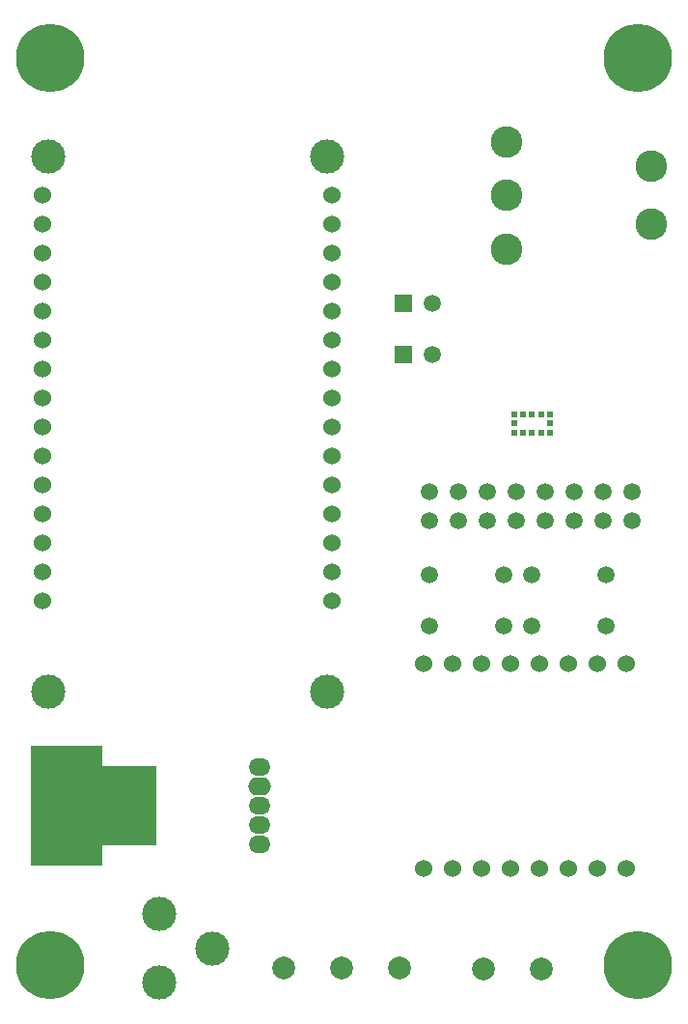
<source format=gbr>
%TF.GenerationSoftware,Altium Limited,Altium Designer,25.2.1 (25)*%
G04 Layer_Color=255*
%FSLAX43Y43*%
%MOMM*%
%TF.SameCoordinates,B664DB7D-B6DB-4AC9-9DB7-209C64ECDA10*%
%TF.FilePolarity,Positive*%
%TF.FileFunction,Pads,Top*%
%TF.Part,Single*%
G01*
G75*
%TA.AperFunction,BGAPad,CuDef*%
%ADD11R,0.500X0.500*%
%TA.AperFunction,SMDPad,CuDef*%
%AMCUSTOMSHAPE12*
4,1,8,0.775,-5.250,0.775,-3.500,5.500,-3.500,5.500,3.500,0.775,3.500,0.775,5.250,-5.500,5.250,-5.500,-5.250,0.775,-5.250,0.0*%
%ADD12CUSTOMSHAPE12*%

%TA.AperFunction,ComponentPad*%
%ADD15C,1.500*%
%ADD16R,1.500X1.500*%
%ADD17C,3.000*%
%ADD18C,1.524*%
%ADD19C,2.775*%
%ADD20C,2.000*%
%ADD21C,5.000*%
%ADD22O,1.900X1.550*%
%ADD23O,2.000X1.580*%
%ADD24C,6.000*%
D11*
X45150Y52800D02*
D03*
X45950D02*
D03*
X46750D02*
D03*
X47550D02*
D03*
X48350D02*
D03*
Y52000D02*
D03*
Y51200D02*
D03*
X47550D02*
D03*
X46750D02*
D03*
X45950D02*
D03*
X45150D02*
D03*
Y52000D02*
D03*
D12*
X8239Y18500D02*
D03*
D15*
X52990Y46040D02*
D03*
X55530D02*
D03*
X50450D02*
D03*
X37750Y46040D02*
D03*
X40290D02*
D03*
X42830D02*
D03*
X45370Y46040D02*
D03*
X47910Y46040D02*
D03*
X40290Y43500D02*
D03*
X37750D02*
D03*
X45370D02*
D03*
X42830D02*
D03*
X50450D02*
D03*
X47910D02*
D03*
X55530Y43500D02*
D03*
X52990D02*
D03*
X38000Y58000D02*
D03*
X53250Y34250D02*
D03*
X46750D02*
D03*
X53250Y38750D02*
D03*
X46750D02*
D03*
X37750D02*
D03*
X44250D02*
D03*
X37750Y34250D02*
D03*
X44250D02*
D03*
X38000Y62500D02*
D03*
D16*
X35460Y58000D02*
D03*
Y62500D02*
D03*
D17*
X28780Y75430D02*
D03*
Y28480D02*
D03*
X4270Y75430D02*
D03*
Y28480D02*
D03*
X18700Y6000D02*
D03*
X14000Y9000D02*
D03*
Y3000D02*
D03*
D18*
X29200Y69460D02*
D03*
Y66920D02*
D03*
Y72000D02*
D03*
Y36440D02*
D03*
Y38980D02*
D03*
Y41520D02*
D03*
Y44060D02*
D03*
Y46600D02*
D03*
Y49140D02*
D03*
Y51680D02*
D03*
Y54220D02*
D03*
Y56760D02*
D03*
Y59300D02*
D03*
Y61840D02*
D03*
Y64380D02*
D03*
X3800Y36440D02*
D03*
Y44060D02*
D03*
Y46600D02*
D03*
Y49140D02*
D03*
Y51680D02*
D03*
Y54220D02*
D03*
Y56760D02*
D03*
Y59300D02*
D03*
Y61840D02*
D03*
Y64380D02*
D03*
Y66920D02*
D03*
Y69460D02*
D03*
Y72000D02*
D03*
Y38980D02*
D03*
Y41520D02*
D03*
X55000Y13000D02*
D03*
X52460D02*
D03*
X49920D02*
D03*
X47380D02*
D03*
X44840D02*
D03*
X42300D02*
D03*
X39760D02*
D03*
X37220D02*
D03*
X55000Y30980D02*
D03*
X52460D02*
D03*
X49920D02*
D03*
X47380D02*
D03*
X44840D02*
D03*
X42300D02*
D03*
X39760D02*
D03*
X37220D02*
D03*
D19*
X57200Y69460D02*
D03*
Y74540D02*
D03*
X44500Y67300D02*
D03*
Y72000D02*
D03*
Y76700D02*
D03*
D20*
X35080Y4300D02*
D03*
X30000D02*
D03*
X24920D02*
D03*
X47580Y4200D02*
D03*
X42500D02*
D03*
D21*
X5438Y18500D02*
D03*
D22*
X22812Y15100D02*
D03*
Y16800D02*
D03*
Y21900D02*
D03*
Y18500D02*
D03*
D23*
Y20200D02*
D03*
D24*
X4500Y84000D02*
D03*
X56000D02*
D03*
X4500Y4500D02*
D03*
X56000D02*
D03*
%TF.MD5,8f30cbfa2f9e75c5f9981c045d0061c0*%
M02*

</source>
